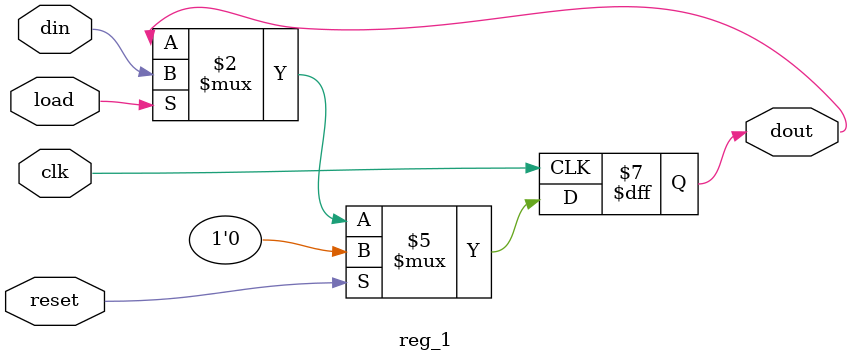
<source format=sv>
module reg_1 (
	input  logic clk, reset, load,
	input  logic din,
	output logic dout);

	// reset or load since single variable register has shift the same as parallel output
	always_ff @ (posedge clk)
	begin
		if (reset)
			dout <= 1'h0;
		else if (load)
			dout <= din;
	end

endmodule

</source>
